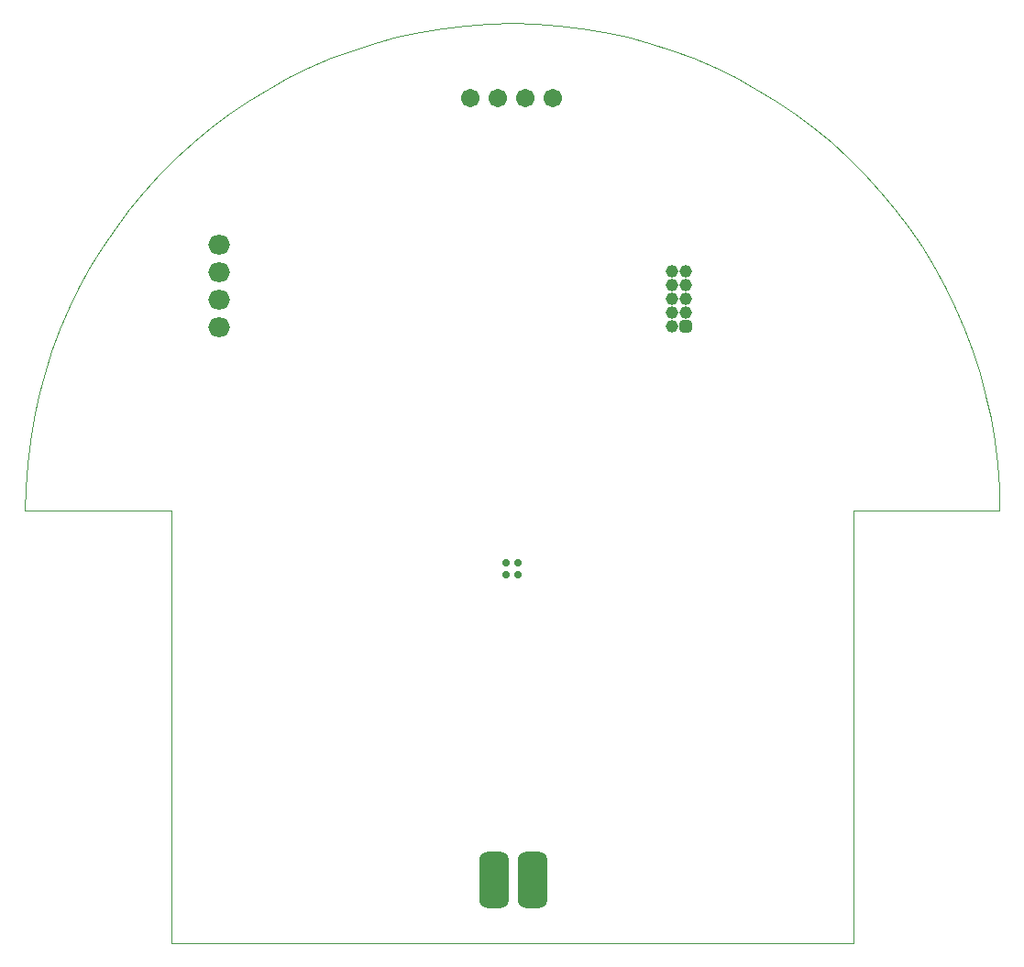
<source format=gbs>
%FSLAX25Y25*%
%MOIN*%
G70*
G01*
G75*
G04 Layer_Color=16711935*
%ADD10R,0.03189X0.06299*%
%ADD11R,0.08268X0.11811*%
G04:AMPARAMS|DCode=12|XSize=98.43mil|YSize=196.85mil|CornerRadius=24.61mil|HoleSize=0mil|Usage=FLASHONLY|Rotation=180.000|XOffset=0mil|YOffset=0mil|HoleType=Round|Shape=RoundedRectangle|*
%AMROUNDEDRECTD12*
21,1,0.09843,0.14764,0,0,180.0*
21,1,0.04921,0.19685,0,0,180.0*
1,1,0.04921,-0.02461,0.07382*
1,1,0.04921,0.02461,0.07382*
1,1,0.04921,0.02461,-0.07382*
1,1,0.04921,-0.02461,-0.07382*
%
%ADD12ROUNDEDRECTD12*%
%ADD13C,0.05906*%
%ADD14R,0.07087X0.07087*%
%ADD15O,0.00984X0.03543*%
%ADD16O,0.03543X0.00984*%
G04:AMPARAMS|DCode=17|XSize=11.81mil|YSize=47.24mil|CornerRadius=2.95mil|HoleSize=0mil|Usage=FLASHONLY|Rotation=180.000|XOffset=0mil|YOffset=0mil|HoleType=Round|Shape=RoundedRectangle|*
%AMROUNDEDRECTD17*
21,1,0.01181,0.04134,0,0,180.0*
21,1,0.00591,0.04724,0,0,180.0*
1,1,0.00591,-0.00295,0.02067*
1,1,0.00591,0.00295,0.02067*
1,1,0.00591,0.00295,-0.02067*
1,1,0.00591,-0.00295,-0.02067*
%
%ADD17ROUNDEDRECTD17*%
G04:AMPARAMS|DCode=18|XSize=11.81mil|YSize=47.24mil|CornerRadius=2.95mil|HoleSize=0mil|Usage=FLASHONLY|Rotation=90.000|XOffset=0mil|YOffset=0mil|HoleType=Round|Shape=RoundedRectangle|*
%AMROUNDEDRECTD18*
21,1,0.01181,0.04134,0,0,90.0*
21,1,0.00591,0.04724,0,0,90.0*
1,1,0.00591,0.02067,0.00295*
1,1,0.00591,0.02067,-0.00295*
1,1,0.00591,-0.02067,-0.00295*
1,1,0.00591,-0.02067,0.00295*
%
%ADD18ROUNDEDRECTD18*%
G04:AMPARAMS|DCode=19|XSize=145.67mil|YSize=59.06mil|CornerRadius=14.76mil|HoleSize=0mil|Usage=FLASHONLY|Rotation=270.000|XOffset=0mil|YOffset=0mil|HoleType=Round|Shape=RoundedRectangle|*
%AMROUNDEDRECTD19*
21,1,0.14567,0.02953,0,0,270.0*
21,1,0.11614,0.05906,0,0,270.0*
1,1,0.02953,-0.01476,-0.05807*
1,1,0.02953,-0.01476,0.05807*
1,1,0.02953,0.01476,0.05807*
1,1,0.02953,0.01476,-0.05807*
%
%ADD19ROUNDEDRECTD19*%
G04:AMPARAMS|DCode=20|XSize=145.67mil|YSize=59.06mil|CornerRadius=14.76mil|HoleSize=0mil|Usage=FLASHONLY|Rotation=180.000|XOffset=0mil|YOffset=0mil|HoleType=Round|Shape=RoundedRectangle|*
%AMROUNDEDRECTD20*
21,1,0.14567,0.02953,0,0,180.0*
21,1,0.11614,0.05906,0,0,180.0*
1,1,0.02953,-0.05807,0.01476*
1,1,0.02953,0.05807,0.01476*
1,1,0.02953,0.05807,-0.01476*
1,1,0.02953,-0.05807,-0.01476*
%
%ADD20ROUNDEDRECTD20*%
G04:AMPARAMS|DCode=21|XSize=41.34mil|YSize=47.24mil|CornerRadius=10.34mil|HoleSize=0mil|Usage=FLASHONLY|Rotation=270.000|XOffset=0mil|YOffset=0mil|HoleType=Round|Shape=RoundedRectangle|*
%AMROUNDEDRECTD21*
21,1,0.04134,0.02658,0,0,270.0*
21,1,0.02067,0.04724,0,0,270.0*
1,1,0.02067,-0.01329,-0.01034*
1,1,0.02067,-0.01329,0.01034*
1,1,0.02067,0.01329,0.01034*
1,1,0.02067,0.01329,-0.01034*
%
%ADD21ROUNDEDRECTD21*%
G04:AMPARAMS|DCode=22|XSize=41.34mil|YSize=47.24mil|CornerRadius=10.34mil|HoleSize=0mil|Usage=FLASHONLY|Rotation=180.000|XOffset=0mil|YOffset=0mil|HoleType=Round|Shape=RoundedRectangle|*
%AMROUNDEDRECTD22*
21,1,0.04134,0.02658,0,0,180.0*
21,1,0.02067,0.04724,0,0,180.0*
1,1,0.02067,-0.01034,0.01329*
1,1,0.02067,0.01034,0.01329*
1,1,0.02067,0.01034,-0.01329*
1,1,0.02067,-0.01034,-0.01329*
%
%ADD22ROUNDEDRECTD22*%
G04:AMPARAMS|DCode=23|XSize=21.65mil|YSize=39.37mil|CornerRadius=5.41mil|HoleSize=0mil|Usage=FLASHONLY|Rotation=270.000|XOffset=0mil|YOffset=0mil|HoleType=Round|Shape=RoundedRectangle|*
%AMROUNDEDRECTD23*
21,1,0.02165,0.02854,0,0,270.0*
21,1,0.01083,0.03937,0,0,270.0*
1,1,0.01083,-0.01427,-0.00541*
1,1,0.01083,-0.01427,0.00541*
1,1,0.01083,0.01427,0.00541*
1,1,0.01083,0.01427,-0.00541*
%
%ADD23ROUNDEDRECTD23*%
%ADD24C,0.00787*%
%ADD25C,0.00394*%
%ADD26O,0.07087X0.06299*%
G04:AMPARAMS|DCode=27|XSize=37.4mil|YSize=37.4mil|CornerRadius=9.35mil|HoleSize=0mil|Usage=FLASHONLY|Rotation=90.000|XOffset=0mil|YOffset=0mil|HoleType=Round|Shape=RoundedRectangle|*
%AMROUNDEDRECTD27*
21,1,0.03740,0.01870,0,0,90.0*
21,1,0.01870,0.03740,0,0,90.0*
1,1,0.01870,0.00935,0.00935*
1,1,0.01870,0.00935,-0.00935*
1,1,0.01870,-0.00935,-0.00935*
1,1,0.01870,-0.00935,0.00935*
%
%ADD27ROUNDEDRECTD27*%
%ADD28C,0.03740*%
%ADD29C,0.01969*%
%ADD30C,0.03937*%
%ADD31C,0.00984*%
%ADD32C,0.01000*%
%ADD33R,0.03989X0.07099*%
%ADD34R,0.09068X0.12611*%
G04:AMPARAMS|DCode=35|XSize=106.42mil|YSize=204.85mil|CornerRadius=28.61mil|HoleSize=0mil|Usage=FLASHONLY|Rotation=180.000|XOffset=0mil|YOffset=0mil|HoleType=Round|Shape=RoundedRectangle|*
%AMROUNDEDRECTD35*
21,1,0.10642,0.14764,0,0,180.0*
21,1,0.04921,0.20485,0,0,180.0*
1,1,0.05721,-0.02461,0.07382*
1,1,0.05721,0.02461,0.07382*
1,1,0.05721,0.02461,-0.07382*
1,1,0.05721,-0.02461,-0.07382*
%
%ADD35ROUNDEDRECTD35*%
%ADD36C,0.06706*%
%ADD37R,0.07887X0.07887*%
%ADD38O,0.01784X0.04343*%
%ADD39O,0.04343X0.01784*%
G04:AMPARAMS|DCode=40|XSize=19.81mil|YSize=55.24mil|CornerRadius=6.95mil|HoleSize=0mil|Usage=FLASHONLY|Rotation=180.000|XOffset=0mil|YOffset=0mil|HoleType=Round|Shape=RoundedRectangle|*
%AMROUNDEDRECTD40*
21,1,0.01981,0.04134,0,0,180.0*
21,1,0.00591,0.05524,0,0,180.0*
1,1,0.01391,-0.00295,0.02067*
1,1,0.01391,0.00295,0.02067*
1,1,0.01391,0.00295,-0.02067*
1,1,0.01391,-0.00295,-0.02067*
%
%ADD40ROUNDEDRECTD40*%
G04:AMPARAMS|DCode=41|XSize=19.81mil|YSize=55.24mil|CornerRadius=6.95mil|HoleSize=0mil|Usage=FLASHONLY|Rotation=90.000|XOffset=0mil|YOffset=0mil|HoleType=Round|Shape=RoundedRectangle|*
%AMROUNDEDRECTD41*
21,1,0.01981,0.04134,0,0,90.0*
21,1,0.00591,0.05524,0,0,90.0*
1,1,0.01391,0.02067,0.00295*
1,1,0.01391,0.02067,-0.00295*
1,1,0.01391,-0.02067,-0.00295*
1,1,0.01391,-0.02067,0.00295*
%
%ADD41ROUNDEDRECTD41*%
G04:AMPARAMS|DCode=42|XSize=153.67mil|YSize=67.06mil|CornerRadius=18.76mil|HoleSize=0mil|Usage=FLASHONLY|Rotation=270.000|XOffset=0mil|YOffset=0mil|HoleType=Round|Shape=RoundedRectangle|*
%AMROUNDEDRECTD42*
21,1,0.15367,0.02953,0,0,270.0*
21,1,0.11614,0.06706,0,0,270.0*
1,1,0.03753,-0.01476,-0.05807*
1,1,0.03753,-0.01476,0.05807*
1,1,0.03753,0.01476,0.05807*
1,1,0.03753,0.01476,-0.05807*
%
%ADD42ROUNDEDRECTD42*%
G04:AMPARAMS|DCode=43|XSize=153.67mil|YSize=67.06mil|CornerRadius=18.76mil|HoleSize=0mil|Usage=FLASHONLY|Rotation=180.000|XOffset=0mil|YOffset=0mil|HoleType=Round|Shape=RoundedRectangle|*
%AMROUNDEDRECTD43*
21,1,0.15367,0.02953,0,0,180.0*
21,1,0.11614,0.06706,0,0,180.0*
1,1,0.03753,-0.05807,0.01476*
1,1,0.03753,0.05807,0.01476*
1,1,0.03753,0.05807,-0.01476*
1,1,0.03753,-0.05807,-0.01476*
%
%ADD43ROUNDEDRECTD43*%
G04:AMPARAMS|DCode=44|XSize=49.34mil|YSize=55.24mil|CornerRadius=14.34mil|HoleSize=0mil|Usage=FLASHONLY|Rotation=270.000|XOffset=0mil|YOffset=0mil|HoleType=Round|Shape=RoundedRectangle|*
%AMROUNDEDRECTD44*
21,1,0.04934,0.02658,0,0,270.0*
21,1,0.02067,0.05524,0,0,270.0*
1,1,0.02867,-0.01329,-0.01034*
1,1,0.02867,-0.01329,0.01034*
1,1,0.02867,0.01329,0.01034*
1,1,0.02867,0.01329,-0.01034*
%
%ADD44ROUNDEDRECTD44*%
G04:AMPARAMS|DCode=45|XSize=49.34mil|YSize=55.24mil|CornerRadius=14.34mil|HoleSize=0mil|Usage=FLASHONLY|Rotation=180.000|XOffset=0mil|YOffset=0mil|HoleType=Round|Shape=RoundedRectangle|*
%AMROUNDEDRECTD45*
21,1,0.04934,0.02658,0,0,180.0*
21,1,0.02067,0.05524,0,0,180.0*
1,1,0.02867,-0.01034,0.01329*
1,1,0.02867,0.01034,0.01329*
1,1,0.02867,0.01034,-0.01329*
1,1,0.02867,-0.01034,-0.01329*
%
%ADD45ROUNDEDRECTD45*%
G04:AMPARAMS|DCode=46|XSize=29.65mil|YSize=47.37mil|CornerRadius=9.41mil|HoleSize=0mil|Usage=FLASHONLY|Rotation=270.000|XOffset=0mil|YOffset=0mil|HoleType=Round|Shape=RoundedRectangle|*
%AMROUNDEDRECTD46*
21,1,0.02965,0.02854,0,0,270.0*
21,1,0.01083,0.04737,0,0,270.0*
1,1,0.01883,-0.01427,-0.00541*
1,1,0.01883,-0.01427,0.00541*
1,1,0.01883,0.01427,0.00541*
1,1,0.01883,0.01427,-0.00541*
%
%ADD46ROUNDEDRECTD46*%
%ADD47O,0.07887X0.07099*%
G04:AMPARAMS|DCode=48|XSize=45.4mil|YSize=45.4mil|CornerRadius=13.35mil|HoleSize=0mil|Usage=FLASHONLY|Rotation=90.000|XOffset=0mil|YOffset=0mil|HoleType=Round|Shape=RoundedRectangle|*
%AMROUNDEDRECTD48*
21,1,0.04540,0.01870,0,0,90.0*
21,1,0.01870,0.04540,0,0,90.0*
1,1,0.02670,0.00935,0.00935*
1,1,0.02670,0.00935,-0.00935*
1,1,0.02670,-0.00935,-0.00935*
1,1,0.02670,-0.00935,0.00935*
%
%ADD48ROUNDEDRECTD48*%
%ADD49C,0.04540*%
%ADD50C,0.02769*%
D25*
X124016Y157480D02*
X177165Y157480D01*
X124016Y0D02*
Y157480D01*
X-124016Y-0D02*
X124016Y0D01*
X-124016Y-0D02*
Y157480D01*
X-177165Y157480D02*
X-124016Y157480D01*
X-177165Y157480D02*
X-176965Y165910D01*
X-176363Y174321D01*
X-175362Y182694D01*
X-173964Y191009D01*
X-172171Y199249D01*
X-169989Y207394D01*
X-167421Y215425D01*
X-164475Y223326D01*
X-161155Y231077D01*
X-157471Y238662D01*
X-153430Y246063D01*
X-149041Y253263D01*
X-144315Y260246D01*
X-139261Y266997D01*
X-133893Y273499D01*
X-128221Y279738D01*
X-122258Y285701D01*
X-116019Y291373D01*
X-109517Y296742D01*
X-102766Y301795D01*
X-95783Y306521D01*
X-88583Y310910D01*
X-81182Y314951D01*
X-73597Y318636D01*
X-65846Y321955D01*
X-57945Y324902D01*
X-49913Y327469D01*
X-41768Y329652D01*
X-33529Y331444D01*
X-25213Y332842D01*
X-16841Y333843D01*
X-8430Y334445D01*
X-0Y334646D01*
X8430Y334445D01*
X16841Y333843D01*
X25213Y332842D01*
X33529Y331444D01*
X41768Y329652D01*
X49913Y327469D01*
X57945Y324902D01*
X65846Y321955D01*
X73597Y318636D01*
X81182Y314951D01*
X88583Y310910D01*
X95783Y306521D01*
X102766Y301795D01*
X109516Y296742D01*
X116019Y291373D01*
X122258Y285701D01*
X128220Y279738D01*
X133893Y273499D01*
X139261Y266997D01*
X144315Y260246D01*
X149041Y253263D01*
X153430Y246063D01*
X157471Y238662D01*
X161155Y231078D01*
X164474Y223326D01*
X167421Y215425D01*
X169989Y207394D01*
X172171Y199249D01*
X173964Y191009D01*
X175362Y182694D01*
X176363Y174321D01*
X176965Y165910D01*
X177165Y157480D01*
D35*
X7303Y23031D02*
D03*
X-6476D02*
D03*
D36*
X-4587D02*
D03*
X5413D02*
D03*
X-15197Y307480D02*
D03*
X-5197D02*
D03*
X4803D02*
D03*
X14803D02*
D03*
D47*
X-106595Y224173D02*
D03*
Y234173D02*
D03*
Y254173D02*
D03*
Y244173D02*
D03*
D48*
X63130Y224350D02*
D03*
D49*
X58130D02*
D03*
X63130Y229350D02*
D03*
Y234350D02*
D03*
X58130Y229350D02*
D03*
Y234350D02*
D03*
X63130Y239350D02*
D03*
Y244350D02*
D03*
X58130Y239350D02*
D03*
Y244350D02*
D03*
D50*
X1969Y133957D02*
D03*
X-2362D02*
D03*
X1969Y138287D02*
D03*
X-2362D02*
D03*
M02*

</source>
